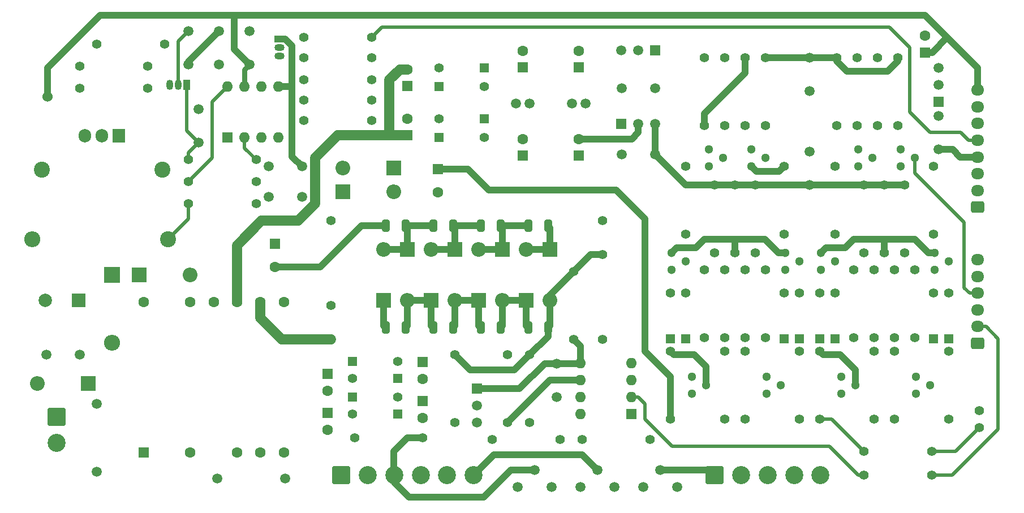
<source format=gbr>
%TF.GenerationSoftware,KiCad,Pcbnew,8.0.0*%
%TF.CreationDate,2024-03-08T15:53:04+08:00*%
%TF.ProjectId,xyz_display_board,78797a5f-6469-4737-906c-61795f626f61,1.0*%
%TF.SameCoordinates,Original*%
%TF.FileFunction,Copper,L1,Top*%
%TF.FilePolarity,Positive*%
%FSLAX46Y46*%
G04 Gerber Fmt 4.6, Leading zero omitted, Abs format (unit mm)*
G04 Created by KiCad (PCBNEW 8.0.0) date 2024-03-08 15:53:04*
%MOMM*%
%LPD*%
G01*
G04 APERTURE LIST*
G04 Aperture macros list*
%AMRoundRect*
0 Rectangle with rounded corners*
0 $1 Rounding radius*
0 $2 $3 $4 $5 $6 $7 $8 $9 X,Y pos of 4 corners*
0 Add a 4 corners polygon primitive as box body*
4,1,4,$2,$3,$4,$5,$6,$7,$8,$9,$2,$3,0*
0 Add four circle primitives for the rounded corners*
1,1,$1+$1,$2,$3*
1,1,$1+$1,$4,$5*
1,1,$1+$1,$6,$7*
1,1,$1+$1,$8,$9*
0 Add four rect primitives between the rounded corners*
20,1,$1+$1,$2,$3,$4,$5,0*
20,1,$1+$1,$4,$5,$6,$7,0*
20,1,$1+$1,$6,$7,$8,$9,0*
20,1,$1+$1,$8,$9,$2,$3,0*%
G04 Aperture macros list end*
%TA.AperFunction,ComponentPad*%
%ADD10C,1.500000*%
%TD*%
%TA.AperFunction,ComponentPad*%
%ADD11R,1.500000X1.500000*%
%TD*%
%TA.AperFunction,ComponentPad*%
%ADD12R,1.600000X1.600000*%
%TD*%
%TA.AperFunction,ComponentPad*%
%ADD13C,1.600000*%
%TD*%
%TA.AperFunction,ComponentPad*%
%ADD14C,1.400000*%
%TD*%
%TA.AperFunction,ComponentPad*%
%ADD15R,1.400000X1.400000*%
%TD*%
%TA.AperFunction,ComponentPad*%
%ADD16C,1.300000*%
%TD*%
%TA.AperFunction,ComponentPad*%
%ADD17RoundRect,0.250000X0.725000X-0.600000X0.725000X0.600000X-0.725000X0.600000X-0.725000X-0.600000X0*%
%TD*%
%TA.AperFunction,ComponentPad*%
%ADD18O,1.950000X1.700000*%
%TD*%
%TA.AperFunction,ComponentPad*%
%ADD19R,2.200000X2.200000*%
%TD*%
%TA.AperFunction,ComponentPad*%
%ADD20O,2.200000X2.200000*%
%TD*%
%TA.AperFunction,ComponentPad*%
%ADD21RoundRect,0.250001X-1.099999X-1.099999X1.099999X-1.099999X1.099999X1.099999X-1.099999X1.099999X0*%
%TD*%
%TA.AperFunction,ComponentPad*%
%ADD22C,2.700000*%
%TD*%
%TA.AperFunction,SMDPad,CuDef*%
%ADD23RoundRect,0.250000X-0.325000X-0.650000X0.325000X-0.650000X0.325000X0.650000X-0.325000X0.650000X0*%
%TD*%
%TA.AperFunction,ComponentPad*%
%ADD24O,1.600000X1.600000*%
%TD*%
%TA.AperFunction,ComponentPad*%
%ADD25R,1.905000X2.000000*%
%TD*%
%TA.AperFunction,ComponentPad*%
%ADD26O,1.905000X2.000000*%
%TD*%
%TA.AperFunction,ComponentPad*%
%ADD27R,2.400000X2.400000*%
%TD*%
%TA.AperFunction,ComponentPad*%
%ADD28O,2.400000X2.400000*%
%TD*%
%TA.AperFunction,ComponentPad*%
%ADD29R,1.500000X1.050000*%
%TD*%
%TA.AperFunction,ComponentPad*%
%ADD30O,1.500000X1.050000*%
%TD*%
%TA.AperFunction,ComponentPad*%
%ADD31RoundRect,0.250001X-1.099999X1.099999X-1.099999X-1.099999X1.099999X-1.099999X1.099999X1.099999X0*%
%TD*%
%TA.AperFunction,ComponentPad*%
%ADD32C,2.400000*%
%TD*%
%TA.AperFunction,ComponentPad*%
%ADD33R,2.000000X2.000000*%
%TD*%
%TA.AperFunction,ComponentPad*%
%ADD34C,2.000000*%
%TD*%
%TA.AperFunction,ComponentPad*%
%ADD35R,1.050000X1.500000*%
%TD*%
%TA.AperFunction,ComponentPad*%
%ADD36O,1.050000X1.500000*%
%TD*%
%TA.AperFunction,ViaPad*%
%ADD37C,1.524000*%
%TD*%
%TA.AperFunction,Conductor*%
%ADD38C,0.508000*%
%TD*%
%TA.AperFunction,Conductor*%
%ADD39C,1.524000*%
%TD*%
%TA.AperFunction,Conductor*%
%ADD40C,1.016000*%
%TD*%
%TA.AperFunction,Conductor*%
%ADD41C,0.762000*%
%TD*%
G04 APERTURE END LIST*
D10*
%TO.P,Q1,1,C*%
%TO.N,Net-(J2-Pad4)*%
X119380000Y-113538000D03*
%TO.P,Q1,2,B*%
%TO.N,Net-(Q1-Pad2)*%
X119380000Y-110998000D03*
D11*
%TO.P,Q1,3,E*%
%TO.N,T_5*%
X119380000Y-108458000D03*
%TD*%
D12*
%TO.P,T1,1,1*%
%TO.N,CRT_F1*%
X69454000Y-118004000D03*
D13*
%TO.P,T1,2,2*%
%TO.N,Net-(F2-Pad1)*%
X76454000Y-118004000D03*
%TO.P,T1,3,3*%
%TO.N,T_3*%
X83454000Y-118004000D03*
%TO.P,T1,4,4*%
%TO.N,T_4*%
X86954000Y-118004000D03*
%TO.P,T1,5,5*%
%TO.N,T_5*%
X90454000Y-118004000D03*
%TO.P,T1,6,6*%
%TO.N,GND*%
X90454000Y-95504000D03*
%TO.P,T1,7,7*%
%TO.N,Net-(C20-Pad2)*%
X86954000Y-95504000D03*
%TO.P,T1,8,8*%
%TO.N,Net-(C16-Pad2)*%
X83454000Y-95504000D03*
%TO.P,T1,9,9*%
%TO.N,GND*%
X79954000Y-95504000D03*
%TO.P,T1,10,10*%
%TO.N,Net-(D1-Pad2)*%
X76454000Y-95504000D03*
%TO.P,T1,11,11*%
%TO.N,+12V*%
X69454000Y-95504000D03*
%TD*%
D14*
%TO.P,D13,1,K*%
%TO.N,Net-(C17-Pad2)*%
X113694000Y-68072000D03*
D15*
%TO.P,D13,2,A*%
%TO.N,Net-(C19-Pad2)*%
X120494000Y-68072000D03*
%TD*%
D14*
%TO.P,R9,1*%
%TO.N,Net-(C8-Pad2)*%
X103632000Y-62230000D03*
%TO.P,R9,2*%
%TO.N,GND*%
X93472000Y-62230000D03*
%TD*%
%TO.P,U9,1,VCC*%
%TO.N,+300V*%
X97536000Y-83312000D03*
%TO.P,U9,2,GND*%
%TO.N,GND*%
X97536000Y-96012000D03*
%TO.P,U9,3,PULSE*%
%TO.N,Net-(C20-Pad2)*%
X97536000Y-101092000D03*
%TO.P,U9,4,NC*%
%TO.N,unconnected-(U9-Pad4)*%
X138176000Y-101092000D03*
%TO.P,U9,5,HV*%
%TO.N,Net-(C15-Pad2)*%
X138176000Y-88392000D03*
%TO.P,U9,6,NC*%
%TO.N,unconnected-(U9-Pad6)*%
X138176000Y-83312000D03*
%TD*%
D12*
%TO.P,C22,1*%
%TO.N,Net-(C22-Pad1)*%
X97028000Y-106236888D03*
D13*
%TO.P,C22,2*%
%TO.N,T_3*%
X97028000Y-108736888D03*
%TD*%
D14*
%TO.P,D35,1,K*%
%TO.N,Net-(D34-Pad2)*%
X170688000Y-94136000D03*
D15*
%TO.P,D35,2,A*%
%TO.N,Net-(D35-Pad2)*%
X170688000Y-100936000D03*
%TD*%
D16*
%TO.P,Q13,1,C*%
%TO.N,Net-(D34-Pad1)*%
X170815000Y-90678000D03*
%TO.P,Q13,2,B*%
%TO.N,Net-(Q13-Pad2)*%
X172974000Y-89408000D03*
%TO.P,Q13,3,E*%
%TO.N,Net-(Q13-Pad3)*%
X170815000Y-88128000D03*
%TD*%
D14*
%TO.P,R42,1*%
%TO.N,-5VA*%
X183388000Y-77978000D03*
%TO.P,R42,2*%
%TO.N,Net-(Q14-Pad2)*%
X183388000Y-88138000D03*
%TD*%
%TO.P,R34,1*%
%TO.N,-5VA*%
X154940000Y-77978000D03*
%TO.P,R34,2*%
%TO.N,Net-(Q7-Pad2)*%
X154940000Y-88138000D03*
%TD*%
D12*
%TO.P,C17,1*%
%TO.N,Net-(C16-Pad2)*%
X108966000Y-70524380D03*
D13*
%TO.P,C17,2*%
%TO.N,Net-(C17-Pad2)*%
X108966000Y-68024380D03*
%TD*%
D17*
%TO.P,J7,1,Pin_1*%
%TO.N,GND*%
X194310000Y-101650800D03*
D18*
%TO.P,J7,2,Pin_2*%
%TO.N,Z_IN*%
X194310000Y-99150800D03*
%TO.P,J7,3,Pin_3*%
%TO.N,GND*%
X194310000Y-96650800D03*
%TO.P,J7,4,Pin_4*%
%TO.N,Y_IN*%
X194310000Y-94150800D03*
%TO.P,J7,5,Pin_5*%
%TO.N,GND*%
X194310000Y-91650800D03*
%TO.P,J7,6,Pin_6*%
%TO.N,X_IN*%
X194310000Y-89150800D03*
%TD*%
D14*
%TO.P,R40,1*%
%TO.N,Net-(Q11-Pad3)*%
X173228000Y-69088000D03*
%TO.P,R40,2*%
%TO.N,+5VA*%
X173228000Y-58928000D03*
%TD*%
D19*
%TO.P,D2,1,K*%
%TO.N,GND*%
X105410000Y-95250000D03*
D20*
%TO.P,D2,2,A*%
%TO.N,Net-(C10-Pad1)*%
X105410000Y-87630000D03*
%TD*%
D14*
%TO.P,R29,1*%
%TO.N,+300V*%
X167640000Y-113030000D03*
%TO.P,R29,2*%
%TO.N,Net-(D22-Pad2)*%
X167640000Y-102870000D03*
%TD*%
D10*
%TO.P,C38,1*%
%TO.N,Net-(C23-Pad2)*%
X131318000Y-109688000D03*
%TO.P,C38,2*%
%TO.N,T_5*%
X131318000Y-104688000D03*
%TD*%
D14*
%TO.P,R37,1*%
%TO.N,Net-(Q12-Pad3)*%
X181864000Y-100838000D03*
%TO.P,R37,2*%
%TO.N,Net-(Q14-Pad2)*%
X181864000Y-90678000D03*
%TD*%
D19*
%TO.P,D5,1,K*%
%TO.N,Net-(C10-Pad2)*%
X116078000Y-87630000D03*
D20*
%TO.P,D5,2,A*%
%TO.N,Net-(C11-Pad2)*%
X116078000Y-95250000D03*
%TD*%
D11*
%TO.P,U7,1,GND*%
%TO.N,GND*%
X140970000Y-68834000D03*
D10*
%TO.P,U7,2,VI*%
%TO.N,Net-(C28-Pad2)*%
X143510000Y-68834000D03*
%TO.P,U7,3,VO*%
%TO.N,-5VA*%
X146050000Y-68834000D03*
%TD*%
D14*
%TO.P,R6,1*%
%TO.N,Net-(Q3-Pad1)*%
X59944000Y-60198000D03*
%TO.P,R6,2*%
%TO.N,GND*%
X70104000Y-60198000D03*
%TD*%
D10*
%TO.P,RV1,1,1*%
%TO.N,Net-(R68-Pad2)*%
X125476000Y-123190000D03*
%TO.P,RV1,2,2*%
%TO.N,Net-(J2-Pad3)*%
X128016000Y-120650000D03*
%TO.P,RV1,3,3*%
%TO.N,Net-(R69-Pad1)*%
X130556000Y-123190000D03*
%TD*%
%TO.P,C7,1*%
%TO.N,Net-(C7-Pad1)*%
X88178000Y-79756000D03*
%TO.P,C7,2*%
%TO.N,GND*%
X93178000Y-79756000D03*
%TD*%
D14*
%TO.P,R36,1*%
%TO.N,+300V*%
X148336000Y-113030000D03*
%TO.P,R36,2*%
%TO.N,Net-(D27-Pad2)*%
X148336000Y-102870000D03*
%TD*%
D19*
%TO.P,D9,1,K*%
%TO.N,Net-(C14-Pad2)*%
X130302000Y-87630000D03*
D20*
%TO.P,D9,2,A*%
%TO.N,Net-(C15-Pad2)*%
X130302000Y-95250000D03*
%TD*%
D16*
%TO.P,Q15,1,C*%
%TO.N,+300V*%
X173863000Y-109220000D03*
%TO.P,Q15,2,B*%
%TO.N,Net-(D35-Pad2)*%
X176022000Y-107950000D03*
%TO.P,Q15,3,E*%
%TO.N,Net-(Q15-Pad3)*%
X173863000Y-106670000D03*
%TD*%
%TO.P,Q14,1,C*%
%TO.N,Net-(D31-Pad1)*%
X187833000Y-90678000D03*
%TO.P,Q14,2,B*%
%TO.N,Net-(Q14-Pad2)*%
X189992000Y-89408000D03*
%TO.P,Q14,3,E*%
%TO.N,Net-(Q13-Pad3)*%
X187833000Y-88128000D03*
%TD*%
D14*
%TO.P,D17,1,K*%
%TO.N,Net-(C15-Pad2)*%
X107540000Y-104394000D03*
D15*
%TO.P,D17,2,A*%
%TO.N,Net-(C22-Pad1)*%
X100740000Y-104394000D03*
%TD*%
D21*
%TO.P,J2,1,Pin_1*%
%TO.N,CRT_F2*%
X99060000Y-121412000D03*
D22*
%TO.P,J2,2,Pin_2*%
%TO.N,CRT_F1*%
X103020000Y-121412000D03*
%TO.P,J2,3,Pin_3*%
%TO.N,Net-(J2-Pad3)*%
X106980000Y-121412000D03*
%TO.P,J2,4,Pin_4*%
%TO.N,Net-(J2-Pad4)*%
X110940000Y-121412000D03*
%TO.P,J2,5,Pin_5*%
%TO.N,unconnected-(J2-Pad5)*%
X114900000Y-121412000D03*
%TO.P,J2,6,Pin_6*%
%TO.N,Net-(J2-Pad6)*%
X118860000Y-121412000D03*
%TD*%
D12*
%TO.P,C33,1*%
%TO.N,+12V*%
X186436000Y-58101113D03*
D13*
%TO.P,C33,2*%
%TO.N,GND*%
X186436000Y-55601113D03*
%TD*%
D14*
%TO.P,D23,1,K*%
%TO.N,Net-(D23-Pad1)*%
X165354000Y-94136000D03*
D15*
%TO.P,D23,2,A*%
%TO.N,Net-(D22-Pad1)*%
X165354000Y-100936000D03*
%TD*%
D16*
%TO.P,Q11,1,C*%
%TO.N,Net-(Q11-Pad1)*%
X176403000Y-75184000D03*
%TO.P,Q11,2,B*%
%TO.N,Net-(Q11-Pad2)*%
X178562000Y-73914000D03*
%TO.P,Q11,3,E*%
%TO.N,Net-(Q11-Pad3)*%
X176403000Y-72634000D03*
%TD*%
D23*
%TO.P,C10,1*%
%TO.N,Net-(C10-Pad1)*%
X112825000Y-84074000D03*
%TO.P,C10,2*%
%TO.N,Net-(C10-Pad2)*%
X115775000Y-84074000D03*
%TD*%
D14*
%TO.P,R64,1*%
%TO.N,Net-(Q14-Pad2)*%
X187706000Y-85344000D03*
%TO.P,R64,2*%
%TO.N,Net-(Q10-Pad1)*%
X187706000Y-75184000D03*
%TD*%
%TO.P,R62,1*%
%TO.N,Net-(Q12-Pad3)*%
X184912000Y-100838000D03*
%TO.P,R62,2*%
%TO.N,Net-(D31-Pad1)*%
X184912000Y-90678000D03*
%TD*%
%TO.P,R66,1*%
%TO.N,Net-(Q13-Pad3)*%
X180340000Y-88138000D03*
%TO.P,R66,2*%
%TO.N,-5VA*%
X180340000Y-77978000D03*
%TD*%
%TO.P,R65,1*%
%TO.N,Net-(Q13-Pad2)*%
X172974000Y-85344000D03*
%TO.P,R65,2*%
%TO.N,Net-(Q11-Pad1)*%
X172974000Y-75184000D03*
%TD*%
D10*
%TO.P,C29,1*%
%TO.N,+5VA*%
X146010000Y-63500000D03*
%TO.P,C29,2*%
%TO.N,GND*%
X141010000Y-63500000D03*
%TD*%
D14*
%TO.P,R50,1*%
%TO.N,Net-(C15-Pad2)*%
X133858000Y-90932000D03*
%TO.P,R50,2*%
%TO.N,T_5*%
X133858000Y-101092000D03*
%TD*%
%TO.P,R60,1*%
%TO.N,/Deflection_Amplifier/YP*%
X181864000Y-113030000D03*
%TO.P,R60,2*%
%TO.N,Net-(Q12-Pad3)*%
X181864000Y-102870000D03*
%TD*%
%TO.P,R39,1*%
%TO.N,Net-(Q10-Pad3)*%
X182372000Y-69088000D03*
%TO.P,R39,2*%
%TO.N,+5VA*%
X182372000Y-58928000D03*
%TD*%
D10*
%TO.P,L2,1,1*%
%TO.N,Net-(C19-Pad2)*%
X133620000Y-65786000D03*
%TO.P,L2,2,2*%
%TO.N,Net-(C28-Pad2)*%
X135620000Y-65786000D03*
%TD*%
D12*
%TO.P,C16,1*%
%TO.N,Net-(C16-Pad1)*%
X108966000Y-63158380D03*
D13*
%TO.P,C16,2*%
%TO.N,Net-(C16-Pad2)*%
X108966000Y-60658380D03*
%TD*%
D14*
%TO.P,R57,1*%
%TO.N,Net-(Q7-Pad2)*%
X150622000Y-85344000D03*
%TO.P,R57,2*%
%TO.N,Net-(Q5-Pad1)*%
X150622000Y-75184000D03*
%TD*%
D19*
%TO.P,D7,1,K*%
%TO.N,Net-(C12-Pad2)*%
X123190000Y-87630000D03*
D20*
%TO.P,D7,2,A*%
%TO.N,Net-(C13-Pad2)*%
X123190000Y-95250000D03*
%TD*%
D14*
%TO.P,R51,1*%
%TO.N,+300V*%
X177292000Y-117856000D03*
%TO.P,R51,2*%
%TO.N,Net-(NE1-Pad1)*%
X187452000Y-117856000D03*
%TD*%
%TO.P,R7,1*%
%TO.N,Net-(C8-Pad2)*%
X93472000Y-65278000D03*
%TO.P,R7,2*%
%TO.N,Net-(R7-Pad2)*%
X103632000Y-65278000D03*
%TD*%
%TO.P,NE1,1*%
%TO.N,Net-(NE1-Pad1)*%
X194564000Y-114300000D03*
%TO.P,NE1,2*%
%TO.N,GND*%
X194564000Y-111760000D03*
%TD*%
%TO.P,D30,1,K*%
%TO.N,Net-(D30-Pad1)*%
X189992000Y-94136000D03*
D15*
%TO.P,D30,2,A*%
%TO.N,Net-(D30-Pad2)*%
X189992000Y-100936000D03*
%TD*%
D19*
%TO.P,D20,1,K*%
%TO.N,+12V*%
X61214000Y-107696000D03*
D20*
%TO.P,D20,2,A*%
%TO.N,GND*%
X53594000Y-107696000D03*
%TD*%
D23*
%TO.P,C15,1*%
%TO.N,Net-(C13-Pad2)*%
X127049000Y-99314000D03*
%TO.P,C15,2*%
%TO.N,Net-(C15-Pad2)*%
X129999000Y-99314000D03*
%TD*%
D14*
%TO.P,R61,1*%
%TO.N,/Deflection_Amplifier/YN*%
X178816000Y-113030000D03*
%TO.P,R61,2*%
%TO.N,Net-(Q15-Pad3)*%
X178816000Y-102870000D03*
%TD*%
%TO.P,R63,1*%
%TO.N,Net-(Q15-Pad3)*%
X175768000Y-100838000D03*
%TO.P,R63,2*%
%TO.N,Net-(D34-Pad1)*%
X175768000Y-90678000D03*
%TD*%
D17*
%TO.P,J5,1,Pin_1*%
%TO.N,-5VA*%
X194310000Y-81254600D03*
D18*
%TO.P,J5,2,Pin_2*%
%TO.N,GND*%
X194310000Y-78754600D03*
%TO.P,J5,3,Pin_3*%
%TO.N,+5VA*%
X194310000Y-76254600D03*
%TO.P,J5,4,Pin_4*%
%TO.N,GND*%
X194310000Y-73754600D03*
%TO.P,J5,5,Pin_5*%
%TO.N,PWR_ON*%
X194310000Y-71254600D03*
%TO.P,J5,6,Pin_6*%
%TO.N,GND*%
X194310000Y-68754600D03*
%TO.P,J5,7,Pin_7*%
%TO.N,+5VD*%
X194310000Y-66254600D03*
%TO.P,J5,8,Pin_8*%
%TO.N,+12V*%
X194310000Y-63754600D03*
%TD*%
D16*
%TO.P,Q9,1,C*%
%TO.N,+300V*%
X151511000Y-109220000D03*
%TO.P,Q9,2,B*%
%TO.N,Net-(D27-Pad2)*%
X153670000Y-107950000D03*
%TO.P,Q9,3,E*%
%TO.N,Net-(Q9-Pad3)*%
X151511000Y-106670000D03*
%TD*%
D14*
%TO.P,R24,1*%
%TO.N,VREF*%
X72644000Y-56896000D03*
%TO.P,R24,2*%
%TO.N,Net-(C37-Pad1)*%
X62484000Y-56896000D03*
%TD*%
%TO.P,R32,1*%
%TO.N,Net-(Q4-Pad3)*%
X159512000Y-69088000D03*
%TO.P,R32,2*%
%TO.N,Net-(Q5-Pad3)*%
X159512000Y-58928000D03*
%TD*%
%TO.P,D22,1,K*%
%TO.N,Net-(D22-Pad1)*%
X167640000Y-94136000D03*
D15*
%TO.P,D22,2,A*%
%TO.N,Net-(D22-Pad2)*%
X167640000Y-100936000D03*
%TD*%
D14*
%TO.P,R1,1*%
%TO.N,VREF*%
X76200000Y-77470000D03*
%TO.P,R1,2*%
%TO.N,Net-(C4-Pad1)*%
X86360000Y-77470000D03*
%TD*%
D19*
%TO.P,D3,1,K*%
%TO.N,Net-(C10-Pad1)*%
X108966000Y-87630000D03*
D20*
%TO.P,D3,2,A*%
%TO.N,Net-(C11-Pad1)*%
X108966000Y-95250000D03*
%TD*%
D14*
%TO.P,D10,1,K*%
%TO.N,Net-(C16-Pad1)*%
X113694000Y-60452000D03*
D15*
%TO.P,D10,2,A*%
%TO.N,GND*%
X120494000Y-60452000D03*
%TD*%
D10*
%TO.P,C2,1*%
%TO.N,+12V*%
X59904000Y-103378000D03*
%TO.P,C2,2*%
%TO.N,GND*%
X54904000Y-103378000D03*
%TD*%
D14*
%TO.P,D11,1,K*%
%TO.N,GND*%
X120494000Y-70866000D03*
D15*
%TO.P,D11,2,A*%
%TO.N,Net-(C17-Pad2)*%
X113694000Y-70866000D03*
%TD*%
D14*
%TO.P,R35,1*%
%TO.N,Net-(Q9-Pad3)*%
X156464000Y-100838000D03*
%TO.P,R35,2*%
%TO.N,Net-(Q7-Pad2)*%
X156464000Y-90678000D03*
%TD*%
%TO.P,R10,1*%
%TO.N,Net-(C8-Pad1)*%
X76200000Y-74168000D03*
%TO.P,R10,2*%
%TO.N,Net-(C8-Pad2)*%
X86360000Y-74168000D03*
%TD*%
D19*
%TO.P,D15,1,K*%
%TO.N,+300V*%
X106934000Y-75438000D03*
D20*
%TO.P,D15,2,A*%
%TO.N,Net-(C20-Pad1)*%
X99314000Y-75438000D03*
%TD*%
D14*
%TO.P,D12,1,K*%
%TO.N,Net-(C18-Pad1)*%
X120494000Y-63246000D03*
D15*
%TO.P,D12,2,A*%
%TO.N,Net-(C16-Pad1)*%
X113694000Y-63246000D03*
%TD*%
D14*
%TO.P,R69,1*%
%TO.N,Net-(R69-Pad1)*%
X127254000Y-113538000D03*
%TO.P,R69,2*%
%TO.N,Net-(C15-Pad2)*%
X127254000Y-103378000D03*
%TD*%
D10*
%TO.P,C5,1*%
%TO.N,VREF*%
X80772000Y-59904000D03*
%TO.P,C5,2*%
%TO.N,GND*%
X80772000Y-54904000D03*
%TD*%
D16*
%TO.P,Q12,1,C*%
%TO.N,+300V*%
X185039000Y-109220000D03*
%TO.P,Q12,2,B*%
%TO.N,Net-(D30-Pad2)*%
X187198000Y-107950000D03*
%TO.P,Q12,3,E*%
%TO.N,Net-(Q12-Pad3)*%
X185039000Y-106670000D03*
%TD*%
D12*
%TO.P,C21,1*%
%TO.N,+300V*%
X113538000Y-75563349D03*
D13*
%TO.P,C21,2*%
%TO.N,GND*%
X113538000Y-79063349D03*
%TD*%
D10*
%TO.P,L1,1,1*%
%TO.N,Net-(C18-Pad1)*%
X125238000Y-65786000D03*
%TO.P,L1,2,2*%
%TO.N,Net-(C27-Pad1)*%
X127238000Y-65786000D03*
%TD*%
D16*
%TO.P,Q8,1,C*%
%TO.N,Net-(D23-Pad1)*%
X165481000Y-90678000D03*
%TO.P,Q8,2,B*%
%TO.N,Net-(Q8-Pad2)*%
X167640000Y-89408000D03*
%TO.P,Q8,3,E*%
%TO.N,Net-(Q7-Pad3)*%
X165481000Y-88128000D03*
%TD*%
D14*
%TO.P,R18,1*%
%TO.N,Net-(C15-Pad2)*%
X116078000Y-103378000D03*
%TO.P,R18,2*%
%TO.N,Net-(J2-Pad4)*%
X116078000Y-113538000D03*
%TD*%
%TO.P,D18,1,K*%
%TO.N,Net-(C24-Pad1)*%
X100740000Y-112268000D03*
D15*
%TO.P,D18,2,A*%
%TO.N,T_5*%
X107540000Y-112268000D03*
%TD*%
D16*
%TO.P,Q10,1,C*%
%TO.N,Net-(Q10-Pad1)*%
X182753000Y-75184000D03*
%TO.P,Q10,2,B*%
%TO.N,Y_IN*%
X184912000Y-73914000D03*
%TO.P,Q10,3,E*%
%TO.N,Net-(Q10-Pad3)*%
X182753000Y-72634000D03*
%TD*%
D19*
%TO.P,D8,1,K*%
%TO.N,Net-(C13-Pad2)*%
X126746000Y-95250000D03*
D20*
%TO.P,D8,2,A*%
%TO.N,Net-(C14-Pad2)*%
X126746000Y-87630000D03*
%TD*%
D14*
%TO.P,R67,1*%
%TO.N,Net-(Q11-Pad2)*%
X176276000Y-69088000D03*
%TO.P,R67,2*%
%TO.N,GND*%
X176276000Y-58928000D03*
%TD*%
D12*
%TO.P,C20,1*%
%TO.N,Net-(C20-Pad1)*%
X89154000Y-86739349D03*
D13*
%TO.P,C20,2*%
%TO.N,Net-(C20-Pad2)*%
X89154000Y-90239349D03*
%TD*%
D14*
%TO.P,R38,1*%
%TO.N,+300V*%
X189992000Y-113030000D03*
%TO.P,R38,2*%
%TO.N,Net-(D30-Pad2)*%
X189992000Y-102870000D03*
%TD*%
D12*
%TO.P,U1,1,COMP*%
%TO.N,Net-(C8-Pad1)*%
X82052000Y-70856000D03*
D24*
%TO.P,U1,2,FB*%
%TO.N,Net-(C8-Pad2)*%
X84592000Y-70856000D03*
%TO.P,U1,3,CS*%
%TO.N,Net-(C7-Pad1)*%
X87132000Y-70856000D03*
%TO.P,U1,4,RC*%
%TO.N,Net-(C4-Pad1)*%
X89672000Y-70856000D03*
%TO.P,U1,5,GND*%
%TO.N,GND*%
X89672000Y-63236000D03*
%TO.P,U1,6,OUT*%
%TO.N,Net-(R2-Pad1)*%
X87132000Y-63236000D03*
%TO.P,U1,7,VCC*%
%TO.N,+12V*%
X84592000Y-63236000D03*
%TO.P,U1,8,VREF*%
%TO.N,VREF*%
X82052000Y-63236000D03*
%TD*%
D14*
%TO.P,D19,1,K*%
%TO.N,Net-(C23-Pad2)*%
X107540000Y-109728000D03*
D15*
%TO.P,D19,2,A*%
%TO.N,Net-(C24-Pad1)*%
X100740000Y-109728000D03*
%TD*%
D10*
%TO.P,C34,1*%
%TO.N,+5VD*%
X188468000Y-67604000D03*
%TO.P,C34,2*%
%TO.N,GND*%
X188468000Y-72604000D03*
%TD*%
D12*
%TO.P,C18,1*%
%TO.N,Net-(C18-Pad1)*%
X126238000Y-60364380D03*
D13*
%TO.P,C18,2*%
%TO.N,GND*%
X126238000Y-57864380D03*
%TD*%
D12*
%TO.P,C23,1*%
%TO.N,Net-(C15-Pad2)*%
X111252000Y-104458888D03*
D13*
%TO.P,C23,2*%
%TO.N,Net-(C23-Pad2)*%
X111252000Y-106958888D03*
%TD*%
D19*
%TO.P,D4,1,K*%
%TO.N,Net-(C11-Pad1)*%
X112522000Y-95250000D03*
D20*
%TO.P,D4,2,A*%
%TO.N,Net-(C10-Pad2)*%
X112522000Y-87630000D03*
%TD*%
D14*
%TO.P,R49,1*%
%TO.N,VREF*%
X93472000Y-58928000D03*
%TO.P,R49,2*%
%TO.N,Net-(Q2-Pad2)*%
X103632000Y-58928000D03*
%TD*%
D25*
%TO.P,Q3,1,G*%
%TO.N,Net-(Q3-Pad1)*%
X65786000Y-70612000D03*
D26*
%TO.P,Q3,2,D*%
%TO.N,Net-(D1-Pad2)*%
X63246000Y-70612000D03*
%TO.P,Q3,3,S*%
%TO.N,Net-(Q3-Pad3)*%
X60706000Y-70612000D03*
%TD*%
D14*
%TO.P,R30,1*%
%TO.N,Net-(Q4-Pad3)*%
X162560000Y-69088000D03*
%TO.P,R30,2*%
%TO.N,+5VA*%
X162560000Y-58928000D03*
%TD*%
D23*
%TO.P,C26,1*%
%TO.N,Net-(C20-Pad2)*%
X105713000Y-84074000D03*
%TO.P,C26,2*%
%TO.N,Net-(C10-Pad1)*%
X108663000Y-84074000D03*
%TD*%
D27*
%TO.P,D39,1,A1*%
%TO.N,Net-(D1-Pad1)*%
X64770000Y-91440000D03*
D28*
%TO.P,D39,2,A2*%
%TO.N,+12V*%
X64770000Y-101600000D03*
%TD*%
D14*
%TO.P,R56,1*%
%TO.N,Net-(Q8-Pad2)*%
X165354000Y-85344000D03*
%TO.P,R56,2*%
%TO.N,Net-(Q4-Pad1)*%
X165354000Y-75184000D03*
%TD*%
%TO.P,D16,1,K*%
%TO.N,Net-(C22-Pad1)*%
X100740000Y-106934000D03*
D15*
%TO.P,D16,2,A*%
%TO.N,T_5*%
X107540000Y-106934000D03*
%TD*%
D29*
%TO.P,Q2,1,E*%
%TO.N,GND*%
X89810000Y-56134000D03*
D30*
%TO.P,Q2,2,B*%
%TO.N,Net-(Q2-Pad2)*%
X89810000Y-57404000D03*
%TO.P,Q2,3,C*%
%TO.N,Net-(C37-Pad1)*%
X89810000Y-58674000D03*
%TD*%
D12*
%TO.P,C28,1*%
%TO.N,GND*%
X134620000Y-73572380D03*
D13*
%TO.P,C28,2*%
%TO.N,Net-(C28-Pad2)*%
X134620000Y-71072380D03*
%TD*%
D19*
%TO.P,D14,1,K*%
%TO.N,Net-(C20-Pad1)*%
X99314000Y-78994000D03*
D20*
%TO.P,D14,2,A*%
%TO.N,GND*%
X106934000Y-78994000D03*
%TD*%
D14*
%TO.P,R44,1*%
%TO.N,Net-(Q15-Pad3)*%
X178816000Y-100838000D03*
%TO.P,R44,2*%
%TO.N,Net-(Q13-Pad2)*%
X178816000Y-90678000D03*
%TD*%
D16*
%TO.P,Q5,1,C*%
%TO.N,Net-(Q5-Pad1)*%
X154051000Y-75184000D03*
%TO.P,Q5,2,B*%
%TO.N,Net-(Q5-Pad2)*%
X156210000Y-73914000D03*
%TO.P,Q5,3,E*%
%TO.N,Net-(Q5-Pad3)*%
X154051000Y-72634000D03*
%TD*%
D23*
%TO.P,C12,1*%
%TO.N,Net-(C10-Pad2)*%
X119937000Y-84074000D03*
%TO.P,C12,2*%
%TO.N,Net-(C12-Pad2)*%
X122887000Y-84074000D03*
%TD*%
D14*
%TO.P,D26,1,K*%
%TO.N,Net-(D26-Pad1)*%
X150622000Y-94136000D03*
D15*
%TO.P,D26,2,A*%
%TO.N,Net-(D26-Pad2)*%
X150622000Y-100936000D03*
%TD*%
D11*
%TO.P,U6,1,VO*%
%TO.N,+5VD*%
X188468000Y-65532000D03*
D10*
%TO.P,U6,2,GND*%
%TO.N,GND*%
X188468000Y-62992000D03*
%TO.P,U6,3,VI*%
%TO.N,+12V*%
X188468000Y-60452000D03*
%TD*%
D12*
%TO.P,U3,1,NC*%
%TO.N,unconnected-(U3-Pad1)*%
X142484000Y-112258000D03*
D24*
%TO.P,U3,2,A*%
%TO.N,Net-(R19-Pad1)*%
X142484000Y-109718000D03*
%TO.P,U3,3,C*%
%TO.N,GND*%
X142484000Y-107178000D03*
%TO.P,U3,4,NC*%
%TO.N,unconnected-(U3-Pad4)*%
X142484000Y-104638000D03*
%TO.P,U3,5,GND*%
%TO.N,T_5*%
X134864000Y-104638000D03*
%TO.P,U3,6,VO*%
%TO.N,Net-(Q1-Pad2)*%
X134864000Y-107178000D03*
%TO.P,U3,7,EN*%
%TO.N,Net-(C23-Pad2)*%
X134864000Y-109718000D03*
%TO.P,U3,8,VCC*%
X134864000Y-112258000D03*
%TD*%
D14*
%TO.P,R41,1*%
%TO.N,Net-(Q10-Pad3)*%
X179324000Y-69088000D03*
%TO.P,R41,2*%
%TO.N,Net-(Q11-Pad3)*%
X179324000Y-58928000D03*
%TD*%
D23*
%TO.P,C14,1*%
%TO.N,Net-(C12-Pad2)*%
X127049000Y-84074000D03*
%TO.P,C14,2*%
%TO.N,Net-(C14-Pad2)*%
X129999000Y-84074000D03*
%TD*%
D14*
%TO.P,R8,1*%
%TO.N,Net-(R7-Pad2)*%
X93472000Y-68326000D03*
%TO.P,R8,2*%
%TO.N,+300V*%
X103632000Y-68326000D03*
%TD*%
D10*
%TO.P,C36,1*%
%TO.N,GND*%
X169164000Y-72938000D03*
%TO.P,C36,2*%
%TO.N,-5VA*%
X169164000Y-77938000D03*
%TD*%
D14*
%TO.P,R43,1*%
%TO.N,-5VA*%
X177292000Y-77978000D03*
%TO.P,R43,2*%
%TO.N,Net-(Q13-Pad2)*%
X177292000Y-88138000D03*
%TD*%
%TO.P,R52,1*%
%TO.N,Net-(Q6-Pad3)*%
X162560000Y-100838000D03*
%TO.P,R52,2*%
%TO.N,Net-(D23-Pad1)*%
X162560000Y-90678000D03*
%TD*%
D31*
%TO.P,J1,1,Pin_1*%
%TO.N,Net-(F1-Pad1)*%
X56430000Y-112626000D03*
D22*
%TO.P,J1,2,Pin_2*%
%TO.N,GND*%
X56430000Y-116586000D03*
%TD*%
D14*
%TO.P,R53,1*%
%TO.N,Net-(Q9-Pad3)*%
X153416000Y-100838000D03*
%TO.P,R53,2*%
%TO.N,Net-(D26-Pad1)*%
X153416000Y-90678000D03*
%TD*%
%TO.P,R70,1*%
%TO.N,PWR_ON*%
X103632000Y-55880000D03*
%TO.P,R70,2*%
%TO.N,Net-(Q2-Pad2)*%
X93472000Y-55880000D03*
%TD*%
%TO.P,R68,1*%
%TO.N,Net-(R68-Pad1)*%
X131826000Y-116078000D03*
%TO.P,R68,2*%
%TO.N,Net-(R68-Pad2)*%
X121666000Y-116078000D03*
%TD*%
D23*
%TO.P,C11,1*%
%TO.N,Net-(C11-Pad1)*%
X112825000Y-99314000D03*
%TO.P,C11,2*%
%TO.N,Net-(C11-Pad2)*%
X115775000Y-99314000D03*
%TD*%
D14*
%TO.P,R55,1*%
%TO.N,/Deflection_Amplifier/XN*%
X156464000Y-113030000D03*
%TO.P,R55,2*%
%TO.N,Net-(Q9-Pad3)*%
X156464000Y-102870000D03*
%TD*%
%TO.P,R33,1*%
%TO.N,-5VA*%
X161036000Y-77978000D03*
%TO.P,R33,2*%
%TO.N,Net-(Q8-Pad2)*%
X161036000Y-88138000D03*
%TD*%
D10*
%TO.P,F1,1*%
%TO.N,Net-(F1-Pad1)*%
X62484000Y-120904000D03*
%TO.P,F1,2*%
%TO.N,+12V*%
X62484000Y-110744000D03*
%TD*%
D14*
%TO.P,R45,1*%
%TO.N,+300V*%
X170688000Y-113030000D03*
%TO.P,R45,2*%
%TO.N,Net-(D35-Pad2)*%
X170688000Y-102870000D03*
%TD*%
%TO.P,R59,1*%
%TO.N,Net-(Q5-Pad2)*%
X156464000Y-69088000D03*
%TO.P,R59,2*%
%TO.N,GND*%
X156464000Y-58928000D03*
%TD*%
D19*
%TO.P,D1,1,K*%
%TO.N,Net-(D1-Pad1)*%
X68834000Y-91440000D03*
D20*
%TO.P,D1,2,A*%
%TO.N,Net-(D1-Pad2)*%
X76454000Y-91440000D03*
%TD*%
D16*
%TO.P,Q4,1,C*%
%TO.N,Net-(Q4-Pad1)*%
X160401000Y-75184000D03*
%TO.P,Q4,2,B*%
%TO.N,X_IN*%
X162560000Y-73914000D03*
%TO.P,Q4,3,E*%
%TO.N,Net-(Q4-Pad3)*%
X160401000Y-72634000D03*
%TD*%
D10*
%TO.P,C3,1*%
%TO.N,+12V*%
X85344000Y-59904000D03*
%TO.P,C3,2*%
%TO.N,GND*%
X85344000Y-54904000D03*
%TD*%
D14*
%TO.P,R16,1*%
%TO.N,Net-(C23-Pad2)*%
X123952000Y-103378000D03*
%TO.P,R16,2*%
%TO.N,Net-(Q1-Pad2)*%
X123952000Y-113538000D03*
%TD*%
D12*
%TO.P,C27,1*%
%TO.N,Net-(C27-Pad1)*%
X134620000Y-60364380D03*
D13*
%TO.P,C27,2*%
%TO.N,GND*%
X134620000Y-57864380D03*
%TD*%
D10*
%TO.P,C37,1*%
%TO.N,Net-(C37-Pad1)*%
X76200000Y-54904000D03*
%TO.P,C37,2*%
%TO.N,GND*%
X76200000Y-59904000D03*
%TD*%
D14*
%TO.P,D27,1,K*%
%TO.N,Net-(D26-Pad2)*%
X148336000Y-94136000D03*
D15*
%TO.P,D27,2,A*%
%TO.N,Net-(D27-Pad2)*%
X148336000Y-100936000D03*
%TD*%
D32*
%TO.P,R26,1*%
%TO.N,Net-(Q3-Pad3)*%
X73152000Y-86106000D03*
D28*
%TO.P,R26,2*%
%TO.N,GND*%
X52832000Y-86106000D03*
%TD*%
D14*
%TO.P,R28,1*%
%TO.N,Net-(Q6-Pad3)*%
X159512000Y-100838000D03*
%TO.P,R28,2*%
%TO.N,Net-(Q8-Pad2)*%
X159512000Y-90678000D03*
%TD*%
D32*
%TO.P,HS1,1*%
%TO.N,unconnected-(HS1-Pad1)*%
X54246000Y-75692000D03*
%TO.P,HS1,2*%
%TO.N,unconnected-(HS1-Pad2)*%
X72246000Y-75692000D03*
%TD*%
D10*
%TO.P,RV3,1,1*%
%TO.N,GND*%
X144272000Y-123190000D03*
%TO.P,RV3,2,2*%
%TO.N,/Deflection_Amplifier/ASTIG*%
X146812000Y-120650000D03*
%TO.P,RV3,3,3*%
%TO.N,+300V*%
X149352000Y-123190000D03*
%TD*%
%TO.P,C35,1*%
%TO.N,+5VA*%
X169164000Y-58928000D03*
%TO.P,C35,2*%
%TO.N,GND*%
X169164000Y-63928000D03*
%TD*%
%TO.P,C32,1*%
%TO.N,GND*%
X141010000Y-73406000D03*
%TO.P,C32,2*%
%TO.N,-5VA*%
X146010000Y-73406000D03*
%TD*%
D16*
%TO.P,Q7,1,C*%
%TO.N,Net-(D26-Pad1)*%
X148463000Y-90678000D03*
%TO.P,Q7,2,B*%
%TO.N,Net-(Q7-Pad2)*%
X150622000Y-89408000D03*
%TO.P,Q7,3,E*%
%TO.N,Net-(Q7-Pad3)*%
X148463000Y-88128000D03*
%TD*%
D12*
%TO.P,C19,1*%
%TO.N,GND*%
X126238000Y-73572380D03*
D13*
%TO.P,C19,2*%
%TO.N,Net-(C19-Pad2)*%
X126238000Y-71072380D03*
%TD*%
D33*
%TO.P,C1,1*%
%TO.N,+12V*%
X59771677Y-95250000D03*
D34*
%TO.P,C1,2*%
%TO.N,GND*%
X54771677Y-95250000D03*
%TD*%
D10*
%TO.P,C8,1*%
%TO.N,Net-(C8-Pad1)*%
X77724000Y-71588000D03*
%TO.P,C8,2*%
%TO.N,Net-(C8-Pad2)*%
X77724000Y-66588000D03*
%TD*%
D23*
%TO.P,C9,1*%
%TO.N,GND*%
X105713000Y-99314000D03*
%TO.P,C9,2*%
%TO.N,Net-(C11-Pad1)*%
X108663000Y-99314000D03*
%TD*%
D10*
%TO.P,RV2,1,1*%
%TO.N,Net-(R68-Pad1)*%
X134874000Y-123190000D03*
%TO.P,RV2,2,2*%
%TO.N,Net-(J2-Pad6)*%
X137414000Y-120650000D03*
%TO.P,RV2,3,3*%
%TO.N,Net-(R15-Pad2)*%
X139954000Y-123190000D03*
%TD*%
D12*
%TO.P,C25,1*%
%TO.N,Net-(C23-Pad2)*%
X111252000Y-110300888D03*
D13*
%TO.P,C25,2*%
%TO.N,T_5*%
X111252000Y-112800888D03*
%TD*%
D14*
%TO.P,R19,1*%
%TO.N,Net-(R19-Pad1)*%
X177292000Y-121412000D03*
%TO.P,R19,2*%
%TO.N,Z_IN*%
X187452000Y-121412000D03*
%TD*%
D12*
%TO.P,C24,1*%
%TO.N,Net-(C24-Pad1)*%
X97028000Y-112078888D03*
D13*
%TO.P,C24,2*%
%TO.N,T_4*%
X97028000Y-114578888D03*
%TD*%
D16*
%TO.P,Q6,1,C*%
%TO.N,+300V*%
X162687000Y-109220000D03*
%TO.P,Q6,2,B*%
%TO.N,Net-(D22-Pad2)*%
X164846000Y-107950000D03*
%TO.P,Q6,3,E*%
%TO.N,Net-(Q6-Pad3)*%
X162687000Y-106670000D03*
%TD*%
D14*
%TO.P,R58,1*%
%TO.N,Net-(Q7-Pad3)*%
X157988000Y-88138000D03*
%TO.P,R58,2*%
%TO.N,-5VA*%
X157988000Y-77978000D03*
%TD*%
%TO.P,R54,1*%
%TO.N,/Deflection_Amplifier/XP*%
X159512000Y-113030000D03*
%TO.P,R54,2*%
%TO.N,Net-(Q6-Pad3)*%
X159512000Y-102870000D03*
%TD*%
%TO.P,R15,1*%
%TO.N,GND*%
X145288000Y-116078000D03*
%TO.P,R15,2*%
%TO.N,Net-(R15-Pad2)*%
X135128000Y-116078000D03*
%TD*%
D21*
%TO.P,J6,1,Pin_1*%
%TO.N,/Deflection_Amplifier/ASTIG*%
X154940000Y-121412000D03*
D22*
%TO.P,J6,2,Pin_2*%
%TO.N,/Deflection_Amplifier/XN*%
X158900000Y-121412000D03*
%TO.P,J6,3,Pin_3*%
%TO.N,/Deflection_Amplifier/XP*%
X162860000Y-121412000D03*
%TO.P,J6,4,Pin_4*%
%TO.N,/Deflection_Amplifier/YN*%
X166820000Y-121412000D03*
%TO.P,J6,5,Pin_5*%
%TO.N,/Deflection_Amplifier/YP*%
X170780000Y-121412000D03*
%TD*%
D10*
%TO.P,F2,1*%
%TO.N,Net-(F2-Pad1)*%
X80518000Y-121920000D03*
%TO.P,F2,2*%
%TO.N,CRT_F2*%
X90678000Y-121920000D03*
%TD*%
D14*
%TO.P,D31,1,K*%
%TO.N,Net-(D31-Pad1)*%
X187706000Y-94136000D03*
D15*
%TO.P,D31,2,A*%
%TO.N,Net-(D30-Pad1)*%
X187706000Y-100936000D03*
%TD*%
D23*
%TO.P,C13,1*%
%TO.N,Net-(C11-Pad2)*%
X119937000Y-99314000D03*
%TO.P,C13,2*%
%TO.N,Net-(C13-Pad2)*%
X122887000Y-99314000D03*
%TD*%
D11*
%TO.P,U8,1,VO*%
%TO.N,+5VA*%
X146050000Y-57806000D03*
D10*
%TO.P,U8,2,GND*%
%TO.N,GND*%
X143510000Y-57806000D03*
%TO.P,U8,3,VI*%
%TO.N,Net-(C27-Pad1)*%
X140970000Y-57806000D03*
%TD*%
D14*
%TO.P,R48,1*%
%TO.N,Net-(J2-Pad3)*%
X111252000Y-115824000D03*
%TO.P,R48,2*%
%TO.N,CRT_F1*%
X101092000Y-115824000D03*
%TD*%
D10*
%TO.P,C4,1*%
%TO.N,Net-(C4-Pad1)*%
X88178000Y-75184000D03*
%TO.P,C4,2*%
%TO.N,GND*%
X93178000Y-75184000D03*
%TD*%
D19*
%TO.P,D6,1,K*%
%TO.N,Net-(C11-Pad2)*%
X119634000Y-95250000D03*
D20*
%TO.P,D6,2,A*%
%TO.N,Net-(C12-Pad2)*%
X119634000Y-87630000D03*
%TD*%
D14*
%TO.P,D34,1,K*%
%TO.N,Net-(D34-Pad1)*%
X172974000Y-94136000D03*
D15*
%TO.P,D34,2,A*%
%TO.N,Net-(D34-Pad2)*%
X172974000Y-100936000D03*
%TD*%
D14*
%TO.P,R2,1*%
%TO.N,Net-(R2-Pad1)*%
X70104000Y-63500000D03*
%TO.P,R2,2*%
%TO.N,Net-(Q3-Pad1)*%
X59944000Y-63500000D03*
%TD*%
D35*
%TO.P,Q16,1,E*%
%TO.N,Net-(C8-Pad1)*%
X75946000Y-62992000D03*
D36*
%TO.P,Q16,2,B*%
%TO.N,Net-(C37-Pad1)*%
X74676000Y-62992000D03*
%TO.P,Q16,3,C*%
%TO.N,GND*%
X73406000Y-62992000D03*
%TD*%
D14*
%TO.P,R31,1*%
%TO.N,Net-(Q5-Pad3)*%
X153416000Y-69088000D03*
%TO.P,R31,2*%
%TO.N,+5VA*%
X153416000Y-58928000D03*
%TD*%
%TO.P,R4,1*%
%TO.N,Net-(C7-Pad1)*%
X86360000Y-80772000D03*
%TO.P,R4,2*%
%TO.N,Net-(Q3-Pad3)*%
X76200000Y-80772000D03*
%TD*%
D37*
%TO.N,+12V*%
X55118000Y-64770000D03*
%TD*%
D38*
%TO.N,Z_IN*%
X195543800Y-99150800D02*
X194310000Y-99150800D01*
X197358000Y-100965000D02*
X195543800Y-99150800D01*
X190468250Y-121412000D02*
X197358000Y-114522250D01*
X197358000Y-114522250D02*
X197358000Y-100965000D01*
X187452000Y-121412000D02*
X190468250Y-121412000D01*
%TO.N,+300V*%
X172466000Y-113030000D02*
X177292000Y-117856000D01*
X170688000Y-113030000D02*
X172466000Y-113030000D01*
%TO.N,Net-(R19-Pad1)*%
X176403000Y-121412000D02*
X177292000Y-121412000D01*
X172085000Y-117094000D02*
X176403000Y-121412000D01*
X148590000Y-117094000D02*
X172085000Y-117094000D01*
X144526000Y-110744000D02*
X144526000Y-113030000D01*
X144526000Y-113030000D02*
X148590000Y-117094000D01*
X142484000Y-109718000D02*
X143500000Y-109718000D01*
X143500000Y-109718000D02*
X144526000Y-110744000D01*
D39*
%TO.N,Net-(C16-Pad2)*%
X98512630Y-70524370D02*
X106259630Y-70524370D01*
X92583000Y-83312000D02*
X95123000Y-80772000D01*
X87122000Y-83312000D02*
X92583000Y-83312000D01*
X95123000Y-80772000D02*
X95123000Y-73914000D01*
X95123000Y-73914000D02*
X98512630Y-70524370D01*
X83454000Y-95503989D02*
X83454000Y-86980000D01*
X83454000Y-86980000D02*
X87122000Y-83312000D01*
D38*
%TO.N,Y_IN*%
X192278000Y-93345000D02*
X193083800Y-94150800D01*
X193083800Y-94150800D02*
X194310000Y-94150800D01*
X184912000Y-76200000D02*
X192278000Y-83566000D01*
X192278000Y-83566000D02*
X192278000Y-93345000D01*
X184912000Y-73914000D02*
X184912000Y-76200000D01*
D40*
%TO.N,GND*%
X191699500Y-73780000D02*
X194310000Y-73780000D01*
X188468000Y-72604000D02*
X190523500Y-72604000D01*
X190523500Y-72604000D02*
X191699500Y-73780000D01*
D38*
%TO.N,PWR_ON*%
X105156000Y-54356000D02*
X103632000Y-55880000D01*
X184150000Y-57404000D02*
X181102000Y-54356000D01*
X184150000Y-67056000D02*
X184150000Y-57404000D01*
X187198000Y-70104000D02*
X184150000Y-67056000D01*
X191770000Y-70104000D02*
X187198000Y-70104000D01*
X192920600Y-71254600D02*
X191770000Y-70104000D01*
X194284600Y-71254600D02*
X192920600Y-71254600D01*
X181102000Y-54356000D02*
X105156000Y-54356000D01*
D40*
%TO.N,+12V*%
X194310000Y-60452000D02*
X189738000Y-55880000D01*
X194310000Y-63780000D02*
X194310000Y-60452000D01*
%TO.N,GND*%
X105410000Y-99011000D02*
X105410000Y-95250000D01*
X90678000Y-56134000D02*
X91694000Y-57150000D01*
X91694000Y-63236000D02*
X91694000Y-73700000D01*
X91694000Y-57150000D02*
X91694000Y-63236000D01*
X91694000Y-63236000D02*
X89672000Y-63236000D01*
X105713000Y-99314000D02*
X105410000Y-99011000D01*
X76200000Y-59476000D02*
X80772000Y-54904000D01*
X89810000Y-56134000D02*
X90678000Y-56134000D01*
X76200000Y-59904000D02*
X76200000Y-59476000D01*
X91694000Y-73700000D02*
X93178000Y-75184000D01*
%TO.N,T_5*%
X129500000Y-104688000D02*
X131318000Y-104688000D01*
X134864000Y-104638000D02*
X134864000Y-102098000D01*
X134864000Y-102098000D02*
X133858000Y-101092000D01*
X119380000Y-108458000D02*
X125730000Y-108458000D01*
X131318000Y-104688000D02*
X134814000Y-104688000D01*
X125730000Y-108458000D02*
X129500000Y-104688000D01*
%TO.N,Net-(D27-Pad2)*%
X153670000Y-105156000D02*
X153670000Y-107950000D01*
X148844000Y-103378000D02*
X151892000Y-103378000D01*
X151892000Y-103378000D02*
X153670000Y-105156000D01*
X148336000Y-102870000D02*
X148844000Y-103378000D01*
%TO.N,Net-(D35-Pad2)*%
X176022000Y-105664000D02*
X176022000Y-107950000D01*
X170688000Y-102870000D02*
X171196000Y-103378000D01*
X171196000Y-103378000D02*
X173736000Y-103378000D01*
X173736000Y-103378000D02*
X176022000Y-105664000D01*
%TO.N,+12V*%
X85344000Y-59904000D02*
X83058000Y-57618000D01*
X83058000Y-57618000D02*
X83058000Y-52578000D01*
D41*
X84582000Y-60665995D02*
X85344000Y-59903995D01*
D40*
X55118000Y-60452000D02*
X62992000Y-52578000D01*
X186436000Y-52578000D02*
X83058000Y-52578000D01*
X55118000Y-64770000D02*
X55118000Y-60452000D01*
D41*
X84582000Y-63226010D02*
X84582000Y-60665995D01*
D40*
X186436000Y-58101113D02*
X187516887Y-58101113D01*
X187516887Y-58101113D02*
X189738000Y-55880000D01*
X62992000Y-52578000D02*
X83058000Y-52578000D01*
X189738000Y-55880000D02*
X186436000Y-52578000D01*
D38*
%TO.N,Net-(C37-Pad1)*%
X74676000Y-62992000D02*
X74676000Y-56428000D01*
X74676000Y-56428000D02*
X76200000Y-54904000D01*
%TO.N,Net-(Q3-Pad3)*%
X73152000Y-86106000D02*
X76200000Y-83058000D01*
X76200000Y-83058000D02*
X76200000Y-80772000D01*
%TO.N,Net-(C8-Pad1)*%
X76200000Y-73112000D02*
X77724000Y-71588000D01*
X75946000Y-69810000D02*
X77724000Y-71588000D01*
X76200000Y-74168000D02*
X76200000Y-73112000D01*
X75946000Y-62992000D02*
X75946000Y-69810000D01*
%TO.N,Net-(C8-Pad2)*%
X84592000Y-70856000D02*
X84592000Y-72400000D01*
X84592000Y-72400000D02*
X86360000Y-74168000D01*
%TO.N,VREF*%
X79756000Y-65532000D02*
X82052000Y-63236000D01*
X76200000Y-77470000D02*
X79756000Y-73914000D01*
X79756000Y-73914000D02*
X79756000Y-65532000D01*
D40*
%TO.N,Net-(Q1-Pad2)*%
X130302000Y-107188000D02*
X134854000Y-107188000D01*
X123952000Y-113538000D02*
X130302000Y-107188000D01*
%TO.N,Net-(C28-Pad2)*%
X142541620Y-71072380D02*
X143510000Y-70104000D01*
X143510000Y-70104000D02*
X143510000Y-68834000D01*
X134620000Y-71072380D02*
X142541620Y-71072380D01*
%TO.N,-5VA*%
X154940000Y-77978000D02*
X157988000Y-77978000D01*
X169164000Y-77938000D02*
X177252000Y-77938000D01*
X150582000Y-77978000D02*
X154940000Y-77978000D01*
X146010000Y-73406000D02*
X150582000Y-77978000D01*
X177292000Y-77978000D02*
X180340000Y-77978000D01*
X157988000Y-77978000D02*
X161036000Y-77978000D01*
X180340000Y-77978000D02*
X183388000Y-77978000D01*
X146050000Y-68834000D02*
X146050000Y-73366000D01*
X161036000Y-77978000D02*
X169124000Y-77978000D01*
%TO.N,+5VA*%
X180848000Y-60960000D02*
X182372000Y-59436000D01*
X174752000Y-60960000D02*
X180848000Y-60960000D01*
X182372000Y-59436000D02*
X182372000Y-58928000D01*
X162560000Y-58928000D02*
X169164000Y-58928000D01*
X173228000Y-58928000D02*
X173228000Y-59436000D01*
X173228000Y-59436000D02*
X174752000Y-60960000D01*
X169164000Y-58928000D02*
X173228000Y-58928000D01*
%TO.N,Net-(C11-Pad1)*%
X108663000Y-99314000D02*
X108966000Y-99011000D01*
X112522000Y-99011000D02*
X112825000Y-99314000D01*
X112522000Y-95250000D02*
X112522000Y-99011000D01*
X108966000Y-95250000D02*
X112522000Y-95250000D01*
X108966000Y-99011000D02*
X108966000Y-95250000D01*
%TO.N,Net-(C10-Pad1)*%
X108663000Y-84074000D02*
X112825000Y-84074000D01*
X108966000Y-84377000D02*
X108663000Y-84074000D01*
X105410000Y-87630000D02*
X108966000Y-87630000D01*
X108966000Y-87630000D02*
X108966000Y-84377000D01*
%TO.N,Net-(C10-Pad2)*%
X112522000Y-87630000D02*
X116078000Y-87630000D01*
X116078000Y-84377000D02*
X115775000Y-84074000D01*
X116078000Y-87630000D02*
X116078000Y-84377000D01*
X115775000Y-84074000D02*
X119937000Y-84074000D01*
%TO.N,Net-(C11-Pad2)*%
X119634000Y-99011000D02*
X119937000Y-99314000D01*
X119634000Y-95250000D02*
X119634000Y-99011000D01*
X116078000Y-95250000D02*
X119634000Y-95250000D01*
X115775000Y-99314000D02*
X116078000Y-99011000D01*
X116078000Y-99011000D02*
X116078000Y-95250000D01*
%TO.N,Net-(C12-Pad2)*%
X123190000Y-84377000D02*
X122887000Y-84074000D01*
X123190000Y-87630000D02*
X123190000Y-84377000D01*
X119634000Y-87630000D02*
X123190000Y-87630000D01*
X122887000Y-84074000D02*
X127049000Y-84074000D01*
%TO.N,Net-(C13-Pad2)*%
X123190000Y-99011000D02*
X123190000Y-95250000D01*
X122887000Y-99314000D02*
X123190000Y-99011000D01*
X123190000Y-95250000D02*
X126746000Y-95250000D01*
X126746000Y-99011000D02*
X127049000Y-99314000D01*
X126746000Y-95250000D02*
X126746000Y-99011000D01*
%TO.N,Net-(C14-Pad2)*%
X130302000Y-84377000D02*
X129999000Y-84074000D01*
X130302000Y-87630000D02*
X130302000Y-84377000D01*
X126746000Y-87630000D02*
X130302000Y-87630000D01*
D39*
%TO.N,Net-(C16-Pad2)*%
X106259630Y-62233378D02*
X106259630Y-70524370D01*
X106259630Y-70524370D02*
X108966000Y-70524370D01*
X107834633Y-60658375D02*
X106259630Y-62233378D01*
X108966000Y-60658375D02*
X107834633Y-60658375D01*
D40*
%TO.N,Net-(C20-Pad2)*%
X102108000Y-84074000D02*
X105713000Y-84074000D01*
X95942651Y-90239349D02*
X102108000Y-84074000D01*
D39*
X86954004Y-97876004D02*
X90170000Y-101092000D01*
D40*
X89154000Y-90239342D02*
X95942658Y-90239342D01*
D39*
X90170000Y-101092000D02*
X97536000Y-101092000D01*
X86954004Y-95504000D02*
X86954004Y-97876004D01*
D40*
%TO.N,+300V*%
X144526000Y-102870000D02*
X148336000Y-106680000D01*
X113538000Y-75563349D02*
X117981349Y-75563349D01*
X144526000Y-83058000D02*
X144526000Y-102870000D01*
X117981349Y-75563349D02*
X121158000Y-78740000D01*
X148336000Y-106680000D02*
X148336000Y-113030000D01*
X140208000Y-78740000D02*
X144526000Y-83058000D01*
X121158000Y-78740000D02*
X140208000Y-78740000D01*
%TO.N,Net-(J2-Pad3)*%
X108966000Y-115824000D02*
X111252000Y-115824000D01*
X128016000Y-120650000D02*
X124460000Y-120650000D01*
X106980000Y-122474000D02*
X106980000Y-121412000D01*
X124460000Y-120650000D02*
X120396000Y-124714000D01*
X106934000Y-117856000D02*
X108966000Y-115824000D01*
X106934000Y-121366000D02*
X106934000Y-117856000D01*
X109220000Y-124714000D02*
X106980000Y-122474000D01*
X120396000Y-124714000D02*
X109220000Y-124714000D01*
%TO.N,Net-(J2-Pad6)*%
X121920000Y-118364000D02*
X135128000Y-118364000D01*
X118872000Y-121412000D02*
X121920000Y-118364000D01*
X135128000Y-118364000D02*
X137414000Y-120650000D01*
%TO.N,/Deflection_Amplifier/ASTIG*%
X146812000Y-120650000D02*
X154178000Y-120650000D01*
%TO.N,Net-(Q4-Pad1)*%
X160401000Y-75184000D02*
X161163000Y-75946000D01*
X161163000Y-75946000D02*
X164592000Y-75946000D01*
X164592000Y-75946000D02*
X165354000Y-75184000D01*
%TO.N,Net-(Q5-Pad3)*%
X159512000Y-61214000D02*
X159512000Y-58928000D01*
X153416000Y-67310000D02*
X159512000Y-61214000D01*
X153416000Y-69088000D02*
X153416000Y-67310000D01*
%TO.N,Net-(Q7-Pad3)*%
X157988000Y-88138000D02*
X157988000Y-86360000D01*
X152146000Y-87376000D02*
X153416000Y-86106000D01*
X162433000Y-86106000D02*
X164455000Y-88128000D01*
X153416000Y-86106000D02*
X162433000Y-86106000D01*
X149215000Y-87376000D02*
X152146000Y-87376000D01*
X164455000Y-88128000D02*
X165481000Y-88128000D01*
X148463000Y-88128000D02*
X149215000Y-87376000D01*
%TO.N,Net-(Q13-Pad3)*%
X180340000Y-88138000D02*
X180340000Y-86106000D01*
X175768000Y-86106000D02*
X180340000Y-86106000D01*
X174498000Y-87376000D02*
X175768000Y-86106000D01*
X186934000Y-88128000D02*
X187833000Y-88128000D01*
X184912000Y-86106000D02*
X186934000Y-88128000D01*
X180340000Y-86106000D02*
X184912000Y-86106000D01*
X170815000Y-88128000D02*
X171567000Y-87376000D01*
X171567000Y-87376000D02*
X174498000Y-87376000D01*
D38*
%TO.N,Net-(NE1-Pad1)*%
X187452000Y-117856000D02*
X191008000Y-117856000D01*
X191008000Y-117856000D02*
X194564000Y-114300000D01*
D40*
%TO.N,Net-(C15-Pad2)*%
X129999000Y-100633000D02*
X129999000Y-99314000D01*
X130302000Y-94488000D02*
X133858000Y-90932000D01*
X127254000Y-103378000D02*
X129999000Y-100633000D01*
X129999000Y-99314000D02*
X130302000Y-99011000D01*
X124968000Y-105664000D02*
X127254000Y-103378000D01*
X130302000Y-95250000D02*
X130302000Y-94488000D01*
X116078000Y-103378000D02*
X118364000Y-105664000D01*
X133858000Y-90932000D02*
X136398000Y-88392000D01*
X130302000Y-99011000D02*
X130302000Y-95250000D01*
X136398000Y-88392000D02*
X138176000Y-88392000D01*
X118364000Y-105664000D02*
X124968000Y-105664000D01*
%TD*%
M02*

</source>
